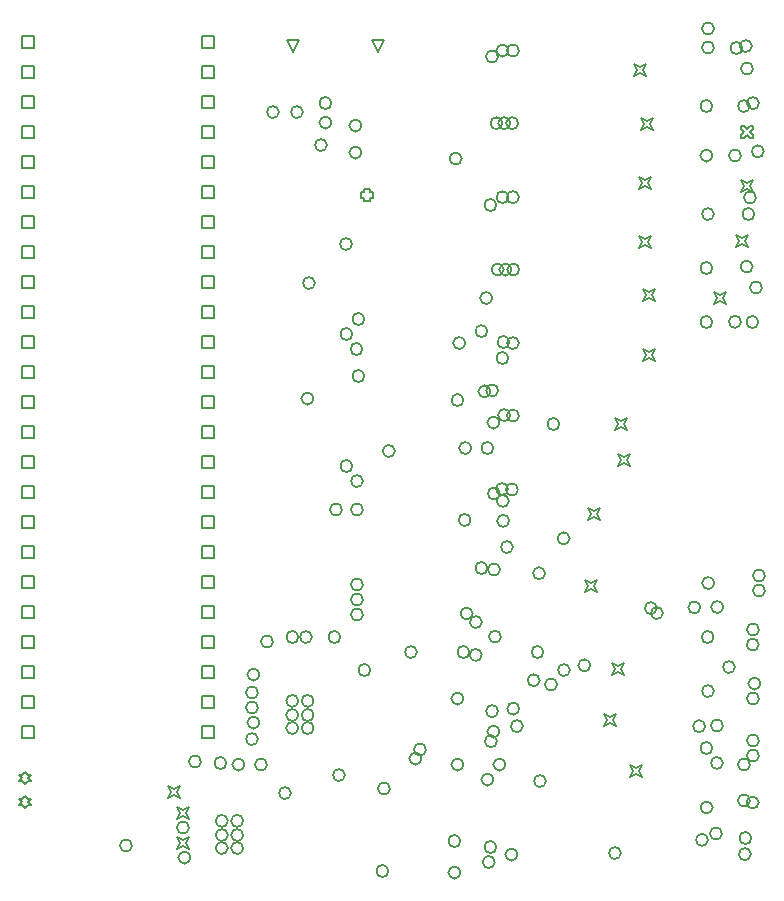
<source format=gbr>
G04*
G04 #@! TF.GenerationSoftware,Altium Limited,Altium Designer,23.5.1 (21)*
G04*
G04 Layer_Color=2752767*
%FSLAX25Y25*%
%MOIN*%
G70*
G04*
G04 #@! TF.SameCoordinates,62E66B6F-0332-4FDC-AC1A-6E2C05ECB38F*
G04*
G04*
G04 #@! TF.FilePolarity,Positive*
G04*
G01*
G75*
%ADD15C,0.00500*%
%ADD73C,0.00667*%
D15*
X388000Y723500D02*
Y727500D01*
X392000D01*
Y723500D01*
X388000D01*
Y713500D02*
Y717500D01*
X392000D01*
Y713500D01*
X388000D01*
Y703500D02*
Y707500D01*
X392000D01*
Y703500D01*
X388000D01*
Y693500D02*
Y697500D01*
X392000D01*
Y693500D01*
X388000D01*
Y683500D02*
Y687500D01*
X392000D01*
Y683500D01*
X388000D01*
Y673500D02*
Y677500D01*
X392000D01*
Y673500D01*
X388000D01*
Y663500D02*
Y667500D01*
X392000D01*
Y663500D01*
X388000D01*
Y653500D02*
Y657500D01*
X392000D01*
Y653500D01*
X388000D01*
Y643500D02*
Y647500D01*
X392000D01*
Y643500D01*
X388000D01*
Y493500D02*
Y497500D01*
X392000D01*
Y493500D01*
X388000D01*
X328000Y523500D02*
Y527500D01*
X332000D01*
Y523500D01*
X328000D01*
Y533500D02*
Y537500D01*
X332000D01*
Y533500D01*
X328000D01*
Y543500D02*
Y547500D01*
X332000D01*
Y543500D01*
X328000D01*
Y553500D02*
Y557500D01*
X332000D01*
Y553500D01*
X328000D01*
Y563500D02*
Y567500D01*
X332000D01*
Y563500D01*
X328000D01*
Y573500D02*
Y577500D01*
X332000D01*
Y573500D01*
X328000D01*
Y583500D02*
Y587500D01*
X332000D01*
Y583500D01*
X328000D01*
Y593500D02*
Y597500D01*
X332000D01*
Y593500D01*
X328000D01*
Y603500D02*
Y607500D01*
X332000D01*
Y603500D01*
X328000D01*
Y613500D02*
Y617500D01*
X332000D01*
Y613500D01*
X328000D01*
Y623500D02*
Y627500D01*
X332000D01*
Y623500D01*
X328000D01*
Y633500D02*
Y637500D01*
X332000D01*
Y633500D01*
X328000D01*
Y513500D02*
Y517500D01*
X332000D01*
Y513500D01*
X328000D01*
Y503500D02*
Y507500D01*
X332000D01*
Y503500D01*
X328000D01*
Y493500D02*
Y497500D01*
X332000D01*
Y493500D01*
X328000D01*
Y643500D02*
Y647500D01*
X332000D01*
Y643500D01*
X328000D01*
Y653500D02*
Y657500D01*
X332000D01*
Y653500D01*
X328000D01*
Y663500D02*
Y667500D01*
X332000D01*
Y663500D01*
X328000D01*
Y673500D02*
Y677500D01*
X332000D01*
Y673500D01*
X328000D01*
Y683500D02*
Y687500D01*
X332000D01*
Y683500D01*
X328000D01*
Y693500D02*
Y697500D01*
X332000D01*
Y693500D01*
X328000D01*
Y703500D02*
Y707500D01*
X332000D01*
Y703500D01*
X328000D01*
Y713500D02*
Y717500D01*
X332000D01*
Y713500D01*
X328000D01*
Y723500D02*
Y727500D01*
X332000D01*
Y723500D01*
X328000D01*
X388000Y633500D02*
Y637500D01*
X392000D01*
Y633500D01*
X388000D01*
Y623500D02*
Y627500D01*
X392000D01*
Y623500D01*
X388000D01*
Y613500D02*
Y617500D01*
X392000D01*
Y613500D01*
X388000D01*
Y603500D02*
Y607500D01*
X392000D01*
Y603500D01*
X388000D01*
Y593500D02*
Y597500D01*
X392000D01*
Y593500D01*
X388000D01*
Y583500D02*
Y587500D01*
X392000D01*
Y583500D01*
X388000D01*
Y573500D02*
Y577500D01*
X392000D01*
Y573500D01*
X388000D01*
Y563500D02*
Y567500D01*
X392000D01*
Y563500D01*
X388000D01*
Y553500D02*
Y557500D01*
X392000D01*
Y553500D01*
X388000D01*
Y543500D02*
Y547500D01*
X392000D01*
Y543500D01*
X388000D01*
Y533500D02*
Y537500D01*
X392000D01*
Y533500D01*
X388000D01*
Y523500D02*
Y527500D01*
X392000D01*
Y523500D01*
X388000D01*
Y513500D02*
Y517500D01*
X392000D01*
Y513500D01*
X388000D01*
Y503500D02*
Y507500D01*
X392000D01*
Y503500D01*
X388000D01*
X329000Y477937D02*
X330000Y478937D01*
X331000D01*
X330000Y479937D01*
X331000Y480937D01*
X330000D01*
X329000Y481937D01*
X328000Y480937D01*
X327000D01*
X328000Y479937D01*
X327000Y478937D01*
X328000D01*
X329000Y477937D01*
Y470063D02*
X330000Y471063D01*
X331000D01*
X330000Y472063D01*
X331000Y473063D01*
X330000D01*
X329000Y474063D01*
X328000Y473063D01*
X327000D01*
X328000Y472063D01*
X327000Y471063D01*
X328000D01*
X329000Y470063D01*
X446673Y722000D02*
X444673Y726000D01*
X448673D01*
X446673Y722000D01*
X418327D02*
X416327Y726000D01*
X420327D01*
X418327Y722000D01*
X534700Y638900D02*
X535700Y640900D01*
X534700Y642900D01*
X536700Y641900D01*
X538700Y642900D01*
X537700Y640900D01*
X538700Y638900D01*
X536700Y639900D01*
X534700Y638900D01*
X525500Y596000D02*
X526500Y598000D01*
X525500Y600000D01*
X527500Y599000D01*
X529500Y600000D01*
X528500Y598000D01*
X529500Y596000D01*
X527500Y597000D01*
X525500Y596000D01*
X533358Y656694D02*
X534358Y658694D01*
X533358Y660694D01*
X535358Y659693D01*
X537358Y660694D01*
X536358Y658694D01*
X537358Y656694D01*
X535358Y657693D01*
X533358Y656694D01*
X521785Y497386D02*
X522785Y499386D01*
X521785Y501386D01*
X523785Y500386D01*
X525785Y501386D01*
X524785Y499386D01*
X525785Y497386D01*
X523785Y498386D01*
X521785Y497386D01*
X530500Y480500D02*
X531500Y482500D01*
X530500Y484500D01*
X532500Y483500D01*
X534500Y484500D01*
X533500Y482500D01*
X534500Y480500D01*
X532500Y481500D01*
X530500Y480500D01*
X524529Y514206D02*
X525529Y516206D01*
X524529Y518206D01*
X526529Y517206D01*
X528529Y518206D01*
X527529Y516206D01*
X528529Y514206D01*
X526529Y515206D01*
X524529Y514206D01*
X515585Y542055D02*
X516585Y544055D01*
X515585Y546055D01*
X517585Y545054D01*
X519585Y546055D01*
X518585Y544055D01*
X519585Y542055D01*
X517585Y543054D01*
X515585Y542055D01*
X516400Y566100D02*
X517400Y568100D01*
X516400Y570100D01*
X518400Y569100D01*
X520400Y570100D01*
X519400Y568100D01*
X520400Y566100D01*
X518400Y567100D01*
X516400Y566100D01*
X534700Y619000D02*
X535700Y621000D01*
X534700Y623000D01*
X536700Y622000D01*
X538700Y623000D01*
X537700Y621000D01*
X538700Y619000D01*
X536700Y620000D01*
X534700Y619000D01*
X534188Y695941D02*
X535188Y697941D01*
X534188Y699941D01*
X536188Y698941D01*
X538188Y699941D01*
X537188Y697941D01*
X538188Y695941D01*
X536188Y696941D01*
X534188Y695941D01*
X533500Y676189D02*
X534500Y678189D01*
X533500Y680189D01*
X535500Y679189D01*
X537500Y680189D01*
X536500Y678189D01*
X537500Y676189D01*
X535500Y677189D01*
X533500Y676189D01*
X532000Y714000D02*
X533000Y716000D01*
X532000Y718000D01*
X534000Y717000D01*
X536000Y718000D01*
X535000Y716000D01*
X536000Y714000D01*
X534000Y715000D01*
X532000Y714000D01*
X566000Y657000D02*
X567000Y659000D01*
X566000Y661000D01*
X568000Y660000D01*
X570000Y661000D01*
X569000Y659000D01*
X570000Y657000D01*
X568000Y658000D01*
X566000Y657000D01*
X376500Y473500D02*
X377500Y475500D01*
X376500Y477500D01*
X378500Y476500D01*
X380500Y477500D01*
X379500Y475500D01*
X380500Y473500D01*
X378500Y474500D01*
X376500Y473500D01*
X442000Y673500D02*
Y672500D01*
X444000D01*
Y673500D01*
X445000D01*
Y675500D01*
X444000D01*
Y676500D01*
X442000D01*
Y675500D01*
X441000D01*
Y673500D01*
X442000D01*
X567400Y675500D02*
X568400Y677500D01*
X567400Y679500D01*
X569400Y678500D01*
X571400Y679500D01*
X570400Y677500D01*
X571400Y675500D01*
X569400Y676500D01*
X567400Y675500D01*
Y693500D02*
X568400D01*
X569400Y694500D01*
X570400Y693500D01*
X571400D01*
Y694500D01*
X570400Y695500D01*
X571400Y696500D01*
Y697500D01*
X570400D01*
X569400Y696500D01*
X568400Y697500D01*
X567400D01*
Y696500D01*
X568400Y695500D01*
X567400Y694500D01*
Y693500D01*
X379500Y466500D02*
X380500Y468500D01*
X379500Y470500D01*
X381500Y469500D01*
X383500Y470500D01*
X382500Y468500D01*
X383500Y466500D01*
X381500Y467500D01*
X379500Y466500D01*
Y456500D02*
X380500Y458500D01*
X379500Y460500D01*
X381500Y459500D01*
X383500Y460500D01*
X382500Y458500D01*
X383500Y456500D01*
X381500Y457500D01*
X379500Y456500D01*
X526500Y584000D02*
X527500Y586000D01*
X526500Y588000D01*
X528500Y587000D01*
X530500Y588000D01*
X529500Y586000D01*
X530500Y584000D01*
X528500Y585000D01*
X526500Y584000D01*
X558500Y638000D02*
X559500Y640000D01*
X558500Y642000D01*
X560500Y641000D01*
X562500Y642000D01*
X561500Y640000D01*
X562500Y638000D01*
X560500Y639000D01*
X558500Y638000D01*
D73*
X558000Y704000D02*
G03*
X558000Y704000I-2000J0D01*
G01*
X571500Y716500D02*
G03*
X571500Y716500I-2000J0D01*
G01*
X450500Y476500D02*
G03*
X450500Y476500I-2000J0D01*
G01*
X425000Y606500D02*
G03*
X425000Y606500I-2000J0D01*
G01*
X571000Y460000D02*
G03*
X571000Y460000I-2000J0D01*
G01*
X486000Y457000D02*
G03*
X486000Y457000I-2000J0D01*
G01*
X486537Y502308D02*
G03*
X486537Y502308I-2000J0D01*
G01*
X494809Y497309D02*
G03*
X494809Y497309I-2000J0D01*
G01*
X487000Y495500D02*
G03*
X487000Y495500I-2000J0D01*
G01*
X490233Y565733D02*
G03*
X490233Y565733I-2000J0D01*
G01*
X487109Y574861D02*
G03*
X487109Y574861I-2000J0D01*
G01*
X561600Y537000D02*
G03*
X561600Y537000I-2000J0D01*
G01*
X561500Y485029D02*
G03*
X561500Y485029I-2000J0D01*
G01*
X555550Y497262D02*
G03*
X555550Y497262I-2000J0D01*
G01*
X558000Y490000D02*
G03*
X558000Y490000I-2000J0D01*
G01*
X558059Y470191D02*
G03*
X558059Y470191I-2000J0D01*
G01*
X424500Y527000D02*
G03*
X424500Y527000I-2000J0D01*
G01*
X437850Y658000D02*
G03*
X437850Y658000I-2000J0D01*
G01*
X572500Y673500D02*
G03*
X572500Y673500I-2000J0D01*
G01*
X572000Y668000D02*
G03*
X572000Y668000I-2000J0D01*
G01*
X570500Y704000D02*
G03*
X570500Y704000I-2000J0D01*
G01*
X487509Y527139D02*
G03*
X487509Y527139I-2000J0D01*
G01*
X478055Y534845D02*
G03*
X478055Y534845I-2000J0D01*
G01*
X481150Y532000D02*
G03*
X481150Y532000I-2000J0D01*
G01*
X489000Y484500D02*
G03*
X489000Y484500I-2000J0D01*
G01*
X502500Y479000D02*
G03*
X502500Y479000I-2000J0D01*
G01*
X486150Y492283D02*
G03*
X486150Y492283I-2000J0D01*
G01*
X485000Y479500D02*
G03*
X485000Y479500I-2000J0D01*
G01*
X556500Y459384D02*
G03*
X556500Y459384I-2000J0D01*
G01*
X570812Y454647D02*
G03*
X570812Y454647I-2000J0D01*
G01*
X527500Y455000D02*
G03*
X527500Y455000I-2000J0D01*
G01*
X485425Y451999D02*
G03*
X485425Y451999I-2000J0D01*
G01*
X438000Y584000D02*
G03*
X438000Y584000I-2000J0D01*
G01*
X434500Y569500D02*
G03*
X434500Y569500I-2000J0D01*
G01*
X438000Y628000D02*
G03*
X438000Y628000I-2000J0D01*
G01*
X441350Y623000D02*
G03*
X441350Y623000I-2000J0D01*
G01*
X565500Y517000D02*
G03*
X565500Y517000I-2000J0D01*
G01*
X553966Y536868D02*
G03*
X553966Y536868I-2000J0D01*
G01*
X558400Y527000D02*
G03*
X558400Y527000I-2000J0D01*
G01*
X558500Y729850D02*
G03*
X558500Y729850I-2000J0D01*
G01*
X493607Y503135D02*
G03*
X493607Y503135I-2000J0D01*
G01*
X561159Y461500D02*
G03*
X561159Y461500I-2000J0D01*
G01*
X573500Y704954D02*
G03*
X573500Y704954I-2000J0D01*
G01*
X575100Y688894D02*
G03*
X575100Y688894I-2000J0D01*
G01*
X571110Y724000D02*
G03*
X571110Y724000I-2000J0D01*
G01*
X401559Y465724D02*
G03*
X401559Y465724I-2000J0D01*
G01*
X396441Y456669D02*
G03*
X396441Y456669I-2000J0D01*
G01*
X401559Y456669D02*
G03*
X401559Y456669I-2000J0D01*
G01*
Y461000D02*
G03*
X401559Y461000I-2000J0D01*
G01*
X396441Y465724D02*
G03*
X396441Y465724I-2000J0D01*
G01*
Y461000D02*
G03*
X396441Y461000I-2000J0D01*
G01*
X425059Y505724D02*
G03*
X425059Y505724I-2000J0D01*
G01*
X419941Y496669D02*
G03*
X419941Y496669I-2000J0D01*
G01*
X425059Y496669D02*
G03*
X425059Y496669I-2000J0D01*
G01*
Y501000D02*
G03*
X425059Y501000I-2000J0D01*
G01*
X419941Y505724D02*
G03*
X419941Y505724I-2000J0D01*
G01*
Y501000D02*
G03*
X419941Y501000I-2000J0D01*
G01*
X510500Y516000D02*
G03*
X510500Y516000I-2000J0D01*
G01*
X517300Y517565D02*
G03*
X517300Y517565I-2000J0D01*
G01*
X500400Y512600D02*
G03*
X500400Y512600I-2000J0D01*
G01*
X506200Y511173D02*
G03*
X506200Y511173I-2000J0D01*
G01*
X541500Y535000D02*
G03*
X541500Y535000I-2000J0D01*
G01*
X539459Y536611D02*
G03*
X539459Y536611I-2000J0D01*
G01*
X501684Y522000D02*
G03*
X501684Y522000I-2000J0D01*
G01*
X481086Y521037D02*
G03*
X481086Y521037I-2000J0D01*
G01*
X558500Y723500D02*
G03*
X558500Y723500I-2000J0D01*
G01*
X571400Y650500D02*
G03*
X571400Y650500I-2000J0D01*
G01*
X574500Y643500D02*
G03*
X574500Y643500I-2000J0D01*
G01*
X567500Y632088D02*
G03*
X567500Y632088I-2000J0D01*
G01*
X573300Y632000D02*
G03*
X573300Y632000I-2000J0D01*
G01*
X558600Y545000D02*
G03*
X558600Y545000I-2000J0D01*
G01*
X510382Y559882D02*
G03*
X510382Y559882I-2000J0D01*
G01*
X502211Y548261D02*
G03*
X502211Y548261I-2000J0D01*
G01*
X575500Y547500D02*
G03*
X575500Y547500I-2000J0D01*
G01*
Y542500D02*
G03*
X575500Y542500I-2000J0D01*
G01*
X507000Y598000D02*
G03*
X507000Y598000I-2000J0D01*
G01*
X475000Y506500D02*
G03*
X475000Y506500I-2000J0D01*
G01*
X487200Y549500D02*
G03*
X487200Y549500I-2000J0D01*
G01*
X483000Y550000D02*
G03*
X483000Y550000I-2000J0D01*
G01*
X486575Y609220D02*
G03*
X486575Y609220I-2000J0D01*
G01*
X475020Y605980D02*
G03*
X475020Y605980I-2000J0D01*
G01*
X477600Y590000D02*
G03*
X477600Y590000I-2000J0D01*
G01*
X477392Y566030D02*
G03*
X477392Y566030I-2000J0D01*
G01*
X490134Y572366D02*
G03*
X490134Y572366I-2000J0D01*
G01*
X485000Y590000D02*
G03*
X485000Y590000I-2000J0D01*
G01*
X573500Y492500D02*
G03*
X573500Y492500I-2000J0D01*
G01*
X570500Y484500D02*
G03*
X570500Y484500I-2000J0D01*
G01*
Y472500D02*
G03*
X570500Y472500I-2000J0D01*
G01*
X573400Y471837D02*
G03*
X573400Y471837I-2000J0D01*
G01*
X475600Y625000D02*
G03*
X475600Y625000I-2000J0D01*
G01*
X482990Y628967D02*
G03*
X482990Y628967I-2000J0D01*
G01*
X441500Y579000D02*
G03*
X441500Y579000I-2000J0D01*
G01*
X474400Y686500D02*
G03*
X474400Y686500I-2000J0D01*
G01*
X484600Y640000D02*
G03*
X484600Y640000I-2000J0D01*
G01*
X484000Y608861D02*
G03*
X484000Y608861I-2000J0D01*
G01*
X487004Y598504D02*
G03*
X487004Y598504I-2000J0D01*
G01*
X493500Y600829D02*
G03*
X493500Y600829I-2000J0D01*
G01*
Y625000D02*
G03*
X493500Y625000I-2000J0D01*
G01*
X486000Y671000D02*
G03*
X486000Y671000I-2000J0D01*
G01*
X475000Y484500D02*
G03*
X475000Y484500I-2000J0D01*
G01*
X474000Y459000D02*
G03*
X474000Y459000I-2000J0D01*
G01*
Y448500D02*
G03*
X474000Y448500I-2000J0D01*
G01*
X490600Y698283D02*
G03*
X490600Y698283I-2000J0D01*
G01*
X488000D02*
G03*
X488000Y698283I-2000J0D01*
G01*
X493500Y722500D02*
G03*
X493500Y722500I-2000J0D01*
G01*
X490000D02*
G03*
X490000Y722500I-2000J0D01*
G01*
X486500Y720500D02*
G03*
X486500Y720500I-2000J0D01*
G01*
X493233Y698283D02*
G03*
X493233Y698283I-2000J0D01*
G01*
X425500Y645000D02*
G03*
X425500Y645000I-2000J0D01*
G01*
X568000Y723330D02*
G03*
X568000Y723330I-2000J0D01*
G01*
X420000Y527000D02*
G03*
X420000Y527000I-2000J0D01*
G01*
X434000D02*
G03*
X434000Y527000I-2000J0D01*
G01*
X452100Y589000D02*
G03*
X452100Y589000I-2000J0D01*
G01*
X459500Y522000D02*
G03*
X459500Y522000I-2000J0D01*
G01*
X558500Y509000D02*
G03*
X558500Y509000I-2000J0D01*
G01*
X396000Y485000D02*
G03*
X396000Y485000I-2000J0D01*
G01*
X435500Y481000D02*
G03*
X435500Y481000I-2000J0D01*
G01*
X477000Y522000D02*
G03*
X477000Y522000I-2000J0D01*
G01*
X493000Y454500D02*
G03*
X493000Y454500I-2000J0D01*
G01*
X402000Y484500D02*
G03*
X402000Y484500I-2000J0D01*
G01*
X384000Y453500D02*
G03*
X384000Y453500I-2000J0D01*
G01*
X364500Y457500D02*
G03*
X364500Y457500I-2000J0D01*
G01*
X383500Y463500D02*
G03*
X383500Y463500I-2000J0D01*
G01*
X387500Y485500D02*
G03*
X387500Y485500I-2000J0D01*
G01*
X406500Y503500D02*
G03*
X406500Y503500I-2000J0D01*
G01*
X409500Y484500D02*
G03*
X409500Y484500I-2000J0D01*
G01*
X406500Y493000D02*
G03*
X406500Y493000I-2000J0D01*
G01*
X417500Y475000D02*
G03*
X417500Y475000I-2000J0D01*
G01*
X450000Y449000D02*
G03*
X450000Y449000I-2000J0D01*
G01*
X461000Y486500D02*
G03*
X461000Y486500I-2000J0D01*
G01*
X411500Y525500D02*
G03*
X411500Y525500I-2000J0D01*
G01*
X444000Y516000D02*
G03*
X444000Y516000I-2000J0D01*
G01*
X441500Y569500D02*
G03*
X441500Y569500I-2000J0D01*
G01*
X442000Y614000D02*
G03*
X442000Y614000I-2000J0D01*
G01*
X413500Y702000D02*
G03*
X413500Y702000I-2000J0D01*
G01*
X490000Y620000D02*
G03*
X490000Y620000I-2000J0D01*
G01*
X491000Y649500D02*
G03*
X491000Y649500I-2000J0D01*
G01*
X567500Y687500D02*
G03*
X567500Y687500I-2000J0D01*
G01*
X573500Y529500D02*
G03*
X573500Y529500I-2000J0D01*
G01*
X574000Y511500D02*
G03*
X574000Y511500I-2000J0D01*
G01*
X561500Y497500D02*
G03*
X561500Y497500I-2000J0D01*
G01*
X407000Y498500D02*
G03*
X407000Y498500I-2000J0D01*
G01*
X406500Y508500D02*
G03*
X406500Y508500I-2000J0D01*
G01*
X407000Y514500D02*
G03*
X407000Y514500I-2000J0D01*
G01*
X441500Y534500D02*
G03*
X441500Y534500I-2000J0D01*
G01*
Y539500D02*
G03*
X441500Y539500I-2000J0D01*
G01*
Y544500D02*
G03*
X441500Y544500I-2000J0D01*
G01*
X442000Y633000D02*
G03*
X442000Y633000I-2000J0D01*
G01*
X429500Y691000D02*
G03*
X429500Y691000I-2000J0D01*
G01*
X431000Y705000D02*
G03*
X431000Y705000I-2000J0D01*
G01*
Y698500D02*
G03*
X431000Y698500I-2000J0D01*
G01*
X441000Y688500D02*
G03*
X441000Y688500I-2000J0D01*
G01*
Y697500D02*
G03*
X441000Y697500I-2000J0D01*
G01*
X421500Y702000D02*
G03*
X421500Y702000I-2000J0D01*
G01*
X490000Y673626D02*
G03*
X490000Y673626I-2000J0D01*
G01*
X493500D02*
G03*
X493500Y673626I-2000J0D01*
G01*
X488400Y649500D02*
G03*
X488400Y649500I-2000J0D01*
G01*
X493600D02*
G03*
X493600Y649500I-2000J0D01*
G01*
X490338Y625334D02*
G03*
X490338Y625334I-2000J0D01*
G01*
X490559Y600988D02*
G03*
X490559Y600988I-2000J0D01*
G01*
X489838Y576334D02*
G03*
X489838Y576334I-2000J0D01*
G01*
X493156Y576171D02*
G03*
X493156Y576171I-2000J0D01*
G01*
X491500Y557000D02*
G03*
X491500Y557000I-2000J0D01*
G01*
X573500Y487500D02*
G03*
X573500Y487500I-2000J0D01*
G01*
Y506500D02*
G03*
X573500Y506500I-2000J0D01*
G01*
X573415Y524500D02*
G03*
X573415Y524500I-2000J0D01*
G01*
X558000Y632000D02*
G03*
X558000Y632000I-2000J0D01*
G01*
Y650000D02*
G03*
X558000Y650000I-2000J0D01*
G01*
X558500Y668000D02*
G03*
X558500Y668000I-2000J0D01*
G01*
X558000Y687500D02*
G03*
X558000Y687500I-2000J0D01*
G01*
X462500Y489500D02*
G03*
X462500Y489500I-2000J0D01*
G01*
M02*

</source>
